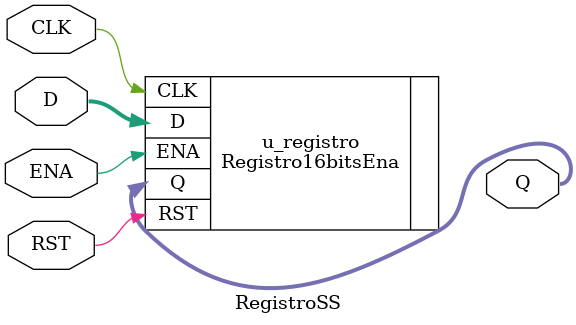
<source format=v>
`timescale 1ns / 1ps

module RegistroSS (
    input CLK, RST, ENA,
    input [15:0] D,
    output [15:0] Q
);
    Registro16bitsEna #(.RESET_VALUE(16'h0000)) u_registro (
        .CLK(CLK),
        .RST(RST),
        .ENA(ENA),
        .D(D),
        .Q(Q)
    );
endmodule
</source>
